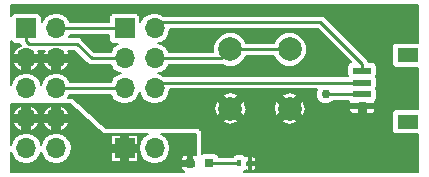
<source format=gbr>
G04 #@! TF.GenerationSoftware,KiCad,Pcbnew,5.0.0*
G04 #@! TF.CreationDate,2019-01-10T22:51:14-06:00*
G04 #@! TF.ProjectId,stlink-swd,73746C696E6B2D7377642E6B69636164,rev?*
G04 #@! TF.SameCoordinates,Original*
G04 #@! TF.FileFunction,Copper,L1,Top,Signal*
G04 #@! TF.FilePolarity,Positive*
%FSLAX46Y46*%
G04 Gerber Fmt 4.6, Leading zero omitted, Abs format (unit mm)*
G04 Created by KiCad (PCBNEW 5.0.0) date Thu Jan 10 22:51:14 2019*
%MOMM*%
%LPD*%
G01*
G04 APERTURE LIST*
G04 #@! TA.AperFunction,ViaPad*
%ADD10C,0.762000*%
G04 #@! TD*
G04 #@! TA.AperFunction,SMDPad,CuDef*
%ADD11R,0.800000X0.800000*%
G04 #@! TD*
G04 #@! TA.AperFunction,ComponentPad*
%ADD12O,1.700000X1.700000*%
G04 #@! TD*
G04 #@! TA.AperFunction,ComponentPad*
%ADD13R,1.700000X1.700000*%
G04 #@! TD*
G04 #@! TA.AperFunction,SMDPad,CuDef*
%ADD14R,1.550000X0.600000*%
G04 #@! TD*
G04 #@! TA.AperFunction,SMDPad,CuDef*
%ADD15R,1.800000X1.200000*%
G04 #@! TD*
G04 #@! TA.AperFunction,SMDPad,CuDef*
%ADD16R,0.400000X0.600000*%
G04 #@! TD*
G04 #@! TA.AperFunction,ComponentPad*
%ADD17C,2.000000*%
G04 #@! TD*
G04 #@! TA.AperFunction,Conductor*
%ADD18C,0.254000*%
G04 #@! TD*
G04 #@! TA.AperFunction,Conductor*
%ADD19C,0.152400*%
G04 #@! TD*
G04 APERTURE END LIST*
D10*
G04 #@! TO.N,GND*
G04 #@! TO.C,REF\002A\002A*
X158877000Y-103632000D03*
G04 #@! TD*
G04 #@! TO.N,GND*
G04 #@! TO.C,REF\002A\002A*
X158750000Y-92964000D03*
G04 #@! TD*
G04 #@! TO.N,GND*
G04 #@! TO.C,REF\002A\002A*
X138176000Y-100076000D03*
G04 #@! TD*
G04 #@! TO.N,GND*
G04 #@! TO.C,REF\002A\002A*
X154432000Y-95504000D03*
G04 #@! TD*
G04 #@! TO.N,GND*
G04 #@! TO.C,REF\002A\002A*
X134620000Y-93726000D03*
G04 #@! TD*
G04 #@! TO.N,GND*
G04 #@! TO.C,REF\002A\002A*
X148590000Y-93472000D03*
G04 #@! TD*
G04 #@! TO.N,GND*
G04 #@! TO.C,REF\002A\002A*
X142240000Y-93726000D03*
G04 #@! TD*
G04 #@! TO.N,GND*
G04 #@! TO.C,REF\002A\002A*
X148590000Y-96266000D03*
G04 #@! TD*
G04 #@! TO.N,GND*
G04 #@! TO.C,REF\002A\002A*
X157226000Y-100330000D03*
G04 #@! TD*
D11*
G04 #@! TO.P,D1,1*
G04 #@! TO.N,Net-(D1-Pad1)*
X144310000Y-104140000D03*
G04 #@! TO.P,D1,2*
G04 #@! TO.N,+3V3*
X142710000Y-104140000D03*
G04 #@! TD*
D12*
G04 #@! TO.P,J1,6*
G04 #@! TO.N,/SWCLK_JST*
X139700000Y-97790000D03*
G04 #@! TO.P,J1,5*
G04 #@! TO.N,/SWCLK*
X137160000Y-97790000D03*
G04 #@! TO.P,J1,4*
G04 #@! TO.N,/NRST_JST*
X139700000Y-95250000D03*
G04 #@! TO.P,J1,3*
G04 #@! TO.N,/NRST*
X137160000Y-95250000D03*
G04 #@! TO.P,J1,2*
G04 #@! TO.N,/SWDIO_JST*
X139700000Y-92710000D03*
D13*
G04 #@! TO.P,J1,1*
G04 #@! TO.N,/SWDIO*
X137160000Y-92710000D03*
G04 #@! TD*
D12*
G04 #@! TO.P,J2,10*
G04 #@! TO.N,Net-(J2-Pad10)*
X131365001Y-102870000D03*
G04 #@! TO.P,J2,9*
G04 #@! TO.N,Net-(J2-Pad9)*
X128825001Y-102870000D03*
G04 #@! TO.P,J2,8*
G04 #@! TO.N,+3V3*
X131365001Y-100330000D03*
G04 #@! TO.P,J2,7*
X128825001Y-100330000D03*
G04 #@! TO.P,J2,6*
G04 #@! TO.N,/SWCLK*
X131365001Y-97790000D03*
G04 #@! TO.P,J2,5*
G04 #@! TO.N,Net-(J2-Pad5)*
X128825001Y-97790000D03*
G04 #@! TO.P,J2,4*
G04 #@! TO.N,GND*
X131365001Y-95250000D03*
G04 #@! TO.P,J2,3*
X128825001Y-95250000D03*
G04 #@! TO.P,J2,2*
G04 #@! TO.N,/SWDIO*
X131365001Y-92710000D03*
D13*
G04 #@! TO.P,J2,1*
G04 #@! TO.N,/NRST*
X128825001Y-92710000D03*
G04 #@! TD*
D14*
G04 #@! TO.P,J3,1*
G04 #@! TO.N,GND*
X157277000Y-99290000D03*
G04 #@! TO.P,J3,2*
G04 #@! TO.N,/NRST_JST*
X157277000Y-98290000D03*
G04 #@! TO.P,J3,3*
G04 #@! TO.N,/SWCLK_JST*
X157277000Y-97290000D03*
G04 #@! TO.P,J3,4*
G04 #@! TO.N,/SWDIO_JST*
X157277000Y-96290000D03*
D15*
G04 #@! TO.P,J3,NC*
G04 #@! TO.N,N/C*
X161152000Y-100590000D03*
X161152000Y-94990000D03*
G04 #@! TD*
D12*
G04 #@! TO.P,J4,2*
G04 #@! TO.N,GND*
X139700000Y-102870000D03*
D13*
G04 #@! TO.P,J4,1*
G04 #@! TO.N,+3V3*
X137160000Y-102870000D03*
G04 #@! TD*
D16*
G04 #@! TO.P,R1,2*
G04 #@! TO.N,GND*
X147770000Y-104140000D03*
G04 #@! TO.P,R1,1*
G04 #@! TO.N,Net-(D1-Pad1)*
X146870000Y-104140000D03*
G04 #@! TD*
D17*
G04 #@! TO.P,SW1,1*
G04 #@! TO.N,/NRST_JST*
X146130000Y-94488000D03*
G04 #@! TO.P,SW1,2*
G04 #@! TO.N,GND*
X146130000Y-99488000D03*
X151130000Y-99488000D03*
G04 #@! TO.P,SW1,1*
G04 #@! TO.N,/NRST_JST*
X151130000Y-94488000D03*
G04 #@! TD*
D10*
G04 #@! TO.N,GND*
G04 #@! TO.C,REF\002A\002A*
X155702000Y-99314000D03*
G04 #@! TD*
G04 #@! TO.N,GND*
G04 #@! TO.C,REF\002A\002A*
X148590000Y-104140000D03*
G04 #@! TD*
G04 #@! TO.N,/NRST_JST*
X154178000Y-98298000D03*
G04 #@! TD*
D18*
G04 #@! TO.N,Net-(D1-Pad1)*
X146870000Y-104140000D02*
X144310000Y-104140000D01*
G04 #@! TO.N,/NRST*
X129030000Y-94018999D02*
X133134999Y-94018999D01*
X128825001Y-92710000D02*
X128825001Y-93814000D01*
X128825001Y-93814000D02*
X129030000Y-94018999D01*
X134366000Y-95250000D02*
X137160000Y-95250000D01*
X133134999Y-94018999D02*
X134366000Y-95250000D01*
G04 #@! TO.N,/NRST_JST*
X145368000Y-95250000D02*
X146130000Y-94488000D01*
X139700000Y-95250000D02*
X145368000Y-95250000D01*
X147544213Y-94488000D02*
X151130000Y-94488000D01*
X146130000Y-94488000D02*
X147544213Y-94488000D01*
X157277000Y-98290000D02*
X154186000Y-98290000D01*
X154186000Y-98290000D02*
X154178000Y-98298000D01*
G04 #@! TO.N,/SWCLK*
X131365001Y-97790000D02*
X137160000Y-97790000D01*
G04 #@! TO.N,/SWCLK_JST*
X140200000Y-97290000D02*
X139700000Y-97790000D01*
X157277000Y-97290000D02*
X140200000Y-97290000D01*
G04 #@! TO.N,/SWDIO*
X131365001Y-92710000D02*
X137160000Y-92710000D01*
G04 #@! TO.N,/SWDIO_JST*
X157277000Y-95736000D02*
X157277000Y-96290000D01*
X153743000Y-92202000D02*
X157277000Y-95736000D01*
X139700000Y-92710000D02*
X140208000Y-92202000D01*
X140208000Y-92202000D02*
X153743000Y-92202000D01*
G04 #@! TO.N,GND*
X147770000Y-104140000D02*
X148590000Y-104140000D01*
G04 #@! TD*
D19*
G04 #@! TO.N,+3V3*
G36*
X135330742Y-101656383D02*
X135356221Y-101671707D01*
X135382000Y-101676200D01*
X139133751Y-101676200D01*
X138757562Y-101927562D01*
X138468645Y-102359956D01*
X138367191Y-102870000D01*
X138468645Y-103380044D01*
X138757562Y-103812438D01*
X139189956Y-104101355D01*
X139571255Y-104177200D01*
X139828745Y-104177200D01*
X140210044Y-104101355D01*
X140642438Y-103812438D01*
X140734726Y-103674319D01*
X141979800Y-103674319D01*
X141979800Y-103857450D01*
X142062350Y-103940000D01*
X142510000Y-103940000D01*
X142510000Y-103492350D01*
X142427450Y-103409800D01*
X142244319Y-103409800D01*
X142122957Y-103460070D01*
X142030070Y-103552957D01*
X141979800Y-103674319D01*
X140734726Y-103674319D01*
X140931355Y-103380044D01*
X141032809Y-102870000D01*
X140931355Y-102359956D01*
X140642438Y-101927562D01*
X140266249Y-101676200D01*
X143179800Y-101676200D01*
X143179800Y-103411506D01*
X143175681Y-103409800D01*
X142992550Y-103409800D01*
X142910000Y-103492350D01*
X142910000Y-103940000D01*
X143034800Y-103940000D01*
X143034800Y-104340000D01*
X142910000Y-104340000D01*
X142910000Y-104464800D01*
X142510000Y-104464800D01*
X142510000Y-104340000D01*
X142062350Y-104340000D01*
X141979800Y-104422550D01*
X141979800Y-104605681D01*
X142030070Y-104727043D01*
X142122957Y-104819930D01*
X142202312Y-104852800D01*
X127557200Y-104852800D01*
X127557200Y-103196817D01*
X127593646Y-103380044D01*
X127882563Y-103812438D01*
X128314957Y-104101355D01*
X128696256Y-104177200D01*
X128953746Y-104177200D01*
X129335045Y-104101355D01*
X129767439Y-103812438D01*
X130056356Y-103380044D01*
X130095001Y-103185762D01*
X130133646Y-103380044D01*
X130422563Y-103812438D01*
X130854957Y-104101355D01*
X131236256Y-104177200D01*
X131493746Y-104177200D01*
X131875045Y-104101355D01*
X132307439Y-103812438D01*
X132596356Y-103380044D01*
X132620761Y-103257350D01*
X135979800Y-103257350D01*
X135979800Y-103785681D01*
X136030070Y-103907043D01*
X136122957Y-103999930D01*
X136244319Y-104050200D01*
X136772650Y-104050200D01*
X136855200Y-103967650D01*
X136855200Y-103174800D01*
X137464800Y-103174800D01*
X137464800Y-103967650D01*
X137547350Y-104050200D01*
X138075681Y-104050200D01*
X138197043Y-103999930D01*
X138289930Y-103907043D01*
X138340200Y-103785681D01*
X138340200Y-103257350D01*
X138257650Y-103174800D01*
X137464800Y-103174800D01*
X136855200Y-103174800D01*
X136062350Y-103174800D01*
X135979800Y-103257350D01*
X132620761Y-103257350D01*
X132697810Y-102870000D01*
X132596356Y-102359956D01*
X132325318Y-101954319D01*
X135979800Y-101954319D01*
X135979800Y-102482650D01*
X136062350Y-102565200D01*
X136855200Y-102565200D01*
X136855200Y-101772350D01*
X137464800Y-101772350D01*
X137464800Y-102565200D01*
X138257650Y-102565200D01*
X138340200Y-102482650D01*
X138340200Y-101954319D01*
X138289930Y-101832957D01*
X138197043Y-101740070D01*
X138075681Y-101689800D01*
X137547350Y-101689800D01*
X137464800Y-101772350D01*
X136855200Y-101772350D01*
X136772650Y-101689800D01*
X136244319Y-101689800D01*
X136122957Y-101740070D01*
X136030070Y-101832957D01*
X135979800Y-101954319D01*
X132325318Y-101954319D01*
X132307439Y-101927562D01*
X131875045Y-101638645D01*
X131493746Y-101562800D01*
X131236256Y-101562800D01*
X130854957Y-101638645D01*
X130422563Y-101927562D01*
X130133646Y-102359956D01*
X130095001Y-102554238D01*
X130056356Y-102359956D01*
X129767439Y-101927562D01*
X129335045Y-101638645D01*
X128953746Y-101562800D01*
X128696256Y-101562800D01*
X128314957Y-101638645D01*
X127882563Y-101927562D01*
X127593646Y-102359956D01*
X127557200Y-102543183D01*
X127557200Y-100809408D01*
X127746558Y-100809408D01*
X127969367Y-101142916D01*
X128345588Y-101408473D01*
X128520201Y-101387642D01*
X128520201Y-100634800D01*
X129129801Y-100634800D01*
X129129801Y-101387642D01*
X129304414Y-101408473D01*
X129680635Y-101142916D01*
X129903444Y-100809408D01*
X130286558Y-100809408D01*
X130509367Y-101142916D01*
X130885588Y-101408473D01*
X131060201Y-101387642D01*
X131060201Y-100634800D01*
X131669801Y-100634800D01*
X131669801Y-101387642D01*
X131844414Y-101408473D01*
X132220635Y-101142916D01*
X132443444Y-100809408D01*
X132419483Y-100634800D01*
X131669801Y-100634800D01*
X131060201Y-100634800D01*
X130310519Y-100634800D01*
X130286558Y-100809408D01*
X129903444Y-100809408D01*
X129879483Y-100634800D01*
X129129801Y-100634800D01*
X128520201Y-100634800D01*
X127770519Y-100634800D01*
X127746558Y-100809408D01*
X127557200Y-100809408D01*
X127557200Y-99850592D01*
X127746558Y-99850592D01*
X127770519Y-100025200D01*
X128520201Y-100025200D01*
X128520201Y-99272358D01*
X129129801Y-99272358D01*
X129129801Y-100025200D01*
X129879483Y-100025200D01*
X129903444Y-99850592D01*
X130286558Y-99850592D01*
X130310519Y-100025200D01*
X131060201Y-100025200D01*
X131060201Y-99272358D01*
X131669801Y-99272358D01*
X131669801Y-100025200D01*
X132419483Y-100025200D01*
X132443444Y-99850592D01*
X132220635Y-99517084D01*
X131844414Y-99251527D01*
X131669801Y-99272358D01*
X131060201Y-99272358D01*
X130885588Y-99251527D01*
X130509367Y-99517084D01*
X130286558Y-99850592D01*
X129903444Y-99850592D01*
X129680635Y-99517084D01*
X129304414Y-99251527D01*
X129129801Y-99272358D01*
X128520201Y-99272358D01*
X128345588Y-99251527D01*
X127969367Y-99517084D01*
X127746558Y-99850592D01*
X127557200Y-99850592D01*
X127557200Y-99136200D01*
X132558541Y-99136200D01*
X135330742Y-101656383D01*
X135330742Y-101656383D01*
G37*
X135330742Y-101656383D02*
X135356221Y-101671707D01*
X135382000Y-101676200D01*
X139133751Y-101676200D01*
X138757562Y-101927562D01*
X138468645Y-102359956D01*
X138367191Y-102870000D01*
X138468645Y-103380044D01*
X138757562Y-103812438D01*
X139189956Y-104101355D01*
X139571255Y-104177200D01*
X139828745Y-104177200D01*
X140210044Y-104101355D01*
X140642438Y-103812438D01*
X140734726Y-103674319D01*
X141979800Y-103674319D01*
X141979800Y-103857450D01*
X142062350Y-103940000D01*
X142510000Y-103940000D01*
X142510000Y-103492350D01*
X142427450Y-103409800D01*
X142244319Y-103409800D01*
X142122957Y-103460070D01*
X142030070Y-103552957D01*
X141979800Y-103674319D01*
X140734726Y-103674319D01*
X140931355Y-103380044D01*
X141032809Y-102870000D01*
X140931355Y-102359956D01*
X140642438Y-101927562D01*
X140266249Y-101676200D01*
X143179800Y-101676200D01*
X143179800Y-103411506D01*
X143175681Y-103409800D01*
X142992550Y-103409800D01*
X142910000Y-103492350D01*
X142910000Y-103940000D01*
X143034800Y-103940000D01*
X143034800Y-104340000D01*
X142910000Y-104340000D01*
X142910000Y-104464800D01*
X142510000Y-104464800D01*
X142510000Y-104340000D01*
X142062350Y-104340000D01*
X141979800Y-104422550D01*
X141979800Y-104605681D01*
X142030070Y-104727043D01*
X142122957Y-104819930D01*
X142202312Y-104852800D01*
X127557200Y-104852800D01*
X127557200Y-103196817D01*
X127593646Y-103380044D01*
X127882563Y-103812438D01*
X128314957Y-104101355D01*
X128696256Y-104177200D01*
X128953746Y-104177200D01*
X129335045Y-104101355D01*
X129767439Y-103812438D01*
X130056356Y-103380044D01*
X130095001Y-103185762D01*
X130133646Y-103380044D01*
X130422563Y-103812438D01*
X130854957Y-104101355D01*
X131236256Y-104177200D01*
X131493746Y-104177200D01*
X131875045Y-104101355D01*
X132307439Y-103812438D01*
X132596356Y-103380044D01*
X132620761Y-103257350D01*
X135979800Y-103257350D01*
X135979800Y-103785681D01*
X136030070Y-103907043D01*
X136122957Y-103999930D01*
X136244319Y-104050200D01*
X136772650Y-104050200D01*
X136855200Y-103967650D01*
X136855200Y-103174800D01*
X137464800Y-103174800D01*
X137464800Y-103967650D01*
X137547350Y-104050200D01*
X138075681Y-104050200D01*
X138197043Y-103999930D01*
X138289930Y-103907043D01*
X138340200Y-103785681D01*
X138340200Y-103257350D01*
X138257650Y-103174800D01*
X137464800Y-103174800D01*
X136855200Y-103174800D01*
X136062350Y-103174800D01*
X135979800Y-103257350D01*
X132620761Y-103257350D01*
X132697810Y-102870000D01*
X132596356Y-102359956D01*
X132325318Y-101954319D01*
X135979800Y-101954319D01*
X135979800Y-102482650D01*
X136062350Y-102565200D01*
X136855200Y-102565200D01*
X136855200Y-101772350D01*
X137464800Y-101772350D01*
X137464800Y-102565200D01*
X138257650Y-102565200D01*
X138340200Y-102482650D01*
X138340200Y-101954319D01*
X138289930Y-101832957D01*
X138197043Y-101740070D01*
X138075681Y-101689800D01*
X137547350Y-101689800D01*
X137464800Y-101772350D01*
X136855200Y-101772350D01*
X136772650Y-101689800D01*
X136244319Y-101689800D01*
X136122957Y-101740070D01*
X136030070Y-101832957D01*
X135979800Y-101954319D01*
X132325318Y-101954319D01*
X132307439Y-101927562D01*
X131875045Y-101638645D01*
X131493746Y-101562800D01*
X131236256Y-101562800D01*
X130854957Y-101638645D01*
X130422563Y-101927562D01*
X130133646Y-102359956D01*
X130095001Y-102554238D01*
X130056356Y-102359956D01*
X129767439Y-101927562D01*
X129335045Y-101638645D01*
X128953746Y-101562800D01*
X128696256Y-101562800D01*
X128314957Y-101638645D01*
X127882563Y-101927562D01*
X127593646Y-102359956D01*
X127557200Y-102543183D01*
X127557200Y-100809408D01*
X127746558Y-100809408D01*
X127969367Y-101142916D01*
X128345588Y-101408473D01*
X128520201Y-101387642D01*
X128520201Y-100634800D01*
X129129801Y-100634800D01*
X129129801Y-101387642D01*
X129304414Y-101408473D01*
X129680635Y-101142916D01*
X129903444Y-100809408D01*
X130286558Y-100809408D01*
X130509367Y-101142916D01*
X130885588Y-101408473D01*
X131060201Y-101387642D01*
X131060201Y-100634800D01*
X131669801Y-100634800D01*
X131669801Y-101387642D01*
X131844414Y-101408473D01*
X132220635Y-101142916D01*
X132443444Y-100809408D01*
X132419483Y-100634800D01*
X131669801Y-100634800D01*
X131060201Y-100634800D01*
X130310519Y-100634800D01*
X130286558Y-100809408D01*
X129903444Y-100809408D01*
X129879483Y-100634800D01*
X129129801Y-100634800D01*
X128520201Y-100634800D01*
X127770519Y-100634800D01*
X127746558Y-100809408D01*
X127557200Y-100809408D01*
X127557200Y-99850592D01*
X127746558Y-99850592D01*
X127770519Y-100025200D01*
X128520201Y-100025200D01*
X128520201Y-99272358D01*
X129129801Y-99272358D01*
X129129801Y-100025200D01*
X129879483Y-100025200D01*
X129903444Y-99850592D01*
X130286558Y-99850592D01*
X130310519Y-100025200D01*
X131060201Y-100025200D01*
X131060201Y-99272358D01*
X131669801Y-99272358D01*
X131669801Y-100025200D01*
X132419483Y-100025200D01*
X132443444Y-99850592D01*
X132220635Y-99517084D01*
X131844414Y-99251527D01*
X131669801Y-99272358D01*
X131060201Y-99272358D01*
X130885588Y-99251527D01*
X130509367Y-99517084D01*
X130286558Y-99850592D01*
X129903444Y-99850592D01*
X129680635Y-99517084D01*
X129304414Y-99251527D01*
X129129801Y-99272358D01*
X128520201Y-99272358D01*
X128345588Y-99251527D01*
X127969367Y-99517084D01*
X127746558Y-99850592D01*
X127557200Y-99850592D01*
X127557200Y-99136200D01*
X132558541Y-99136200D01*
X135330742Y-101656383D01*
G04 #@! TO.N,GND*
G36*
X162002800Y-93923843D02*
X160252000Y-93923843D01*
X160073609Y-93959327D01*
X159922377Y-94060377D01*
X159821327Y-94211609D01*
X159785843Y-94390000D01*
X159785843Y-95590000D01*
X159821327Y-95768391D01*
X159922377Y-95919623D01*
X160073609Y-96020673D01*
X160252000Y-96056157D01*
X162002800Y-96056157D01*
X162002801Y-99523843D01*
X160252000Y-99523843D01*
X160073609Y-99559327D01*
X159922377Y-99660377D01*
X159821327Y-99811609D01*
X159785843Y-99990000D01*
X159785843Y-101190000D01*
X159821327Y-101368391D01*
X159922377Y-101519623D01*
X160073609Y-101620673D01*
X160252000Y-101656157D01*
X162002801Y-101656157D01*
X162002801Y-104852800D01*
X147275140Y-104852800D01*
X147399623Y-104769623D01*
X147422016Y-104736109D01*
X147504319Y-104770200D01*
X147587450Y-104770200D01*
X147670000Y-104687650D01*
X147670000Y-104290000D01*
X147870000Y-104290000D01*
X147870000Y-104687650D01*
X147952550Y-104770200D01*
X148035681Y-104770200D01*
X148157043Y-104719930D01*
X148249930Y-104627043D01*
X148300200Y-104505681D01*
X148300200Y-104372550D01*
X148217650Y-104290000D01*
X147870000Y-104290000D01*
X147670000Y-104290000D01*
X147570000Y-104290000D01*
X147570000Y-103990000D01*
X147670000Y-103990000D01*
X147670000Y-103592350D01*
X147870000Y-103592350D01*
X147870000Y-103990000D01*
X148217650Y-103990000D01*
X148300200Y-103907450D01*
X148300200Y-103774319D01*
X148249930Y-103652957D01*
X148157043Y-103560070D01*
X148035681Y-103509800D01*
X147952550Y-103509800D01*
X147870000Y-103592350D01*
X147670000Y-103592350D01*
X147587450Y-103509800D01*
X147504319Y-103509800D01*
X147422016Y-103543891D01*
X147399623Y-103510377D01*
X147248391Y-103409327D01*
X147070000Y-103373843D01*
X146670000Y-103373843D01*
X146491609Y-103409327D01*
X146340377Y-103510377D01*
X146310026Y-103555800D01*
X145136792Y-103555800D01*
X145039623Y-103410377D01*
X144888391Y-103309327D01*
X144710000Y-103273843D01*
X143910000Y-103273843D01*
X143731609Y-103309327D01*
X143713200Y-103321628D01*
X143713200Y-101600000D01*
X143678398Y-101425037D01*
X143579289Y-101276711D01*
X143430963Y-101177602D01*
X143256000Y-101142800D01*
X135558757Y-101142800D01*
X134937485Y-100578007D01*
X145471045Y-100578007D01*
X145599791Y-100736327D01*
X146117865Y-100844206D01*
X146637786Y-100745615D01*
X146660209Y-100736327D01*
X146788955Y-100578007D01*
X150471045Y-100578007D01*
X150599791Y-100736327D01*
X151117865Y-100844206D01*
X151637786Y-100745615D01*
X151660209Y-100736327D01*
X151788955Y-100578007D01*
X151130000Y-99919052D01*
X150471045Y-100578007D01*
X146788955Y-100578007D01*
X146130000Y-99919052D01*
X145471045Y-100578007D01*
X134937485Y-100578007D01*
X133725129Y-99475865D01*
X144773794Y-99475865D01*
X144872385Y-99995786D01*
X144881673Y-100018209D01*
X145039993Y-100146955D01*
X145698948Y-99488000D01*
X146561052Y-99488000D01*
X147220007Y-100146955D01*
X147378327Y-100018209D01*
X147486206Y-99500135D01*
X147481604Y-99475865D01*
X149773794Y-99475865D01*
X149872385Y-99995786D01*
X149881673Y-100018209D01*
X150039993Y-100146955D01*
X150698948Y-99488000D01*
X151561052Y-99488000D01*
X152220007Y-100146955D01*
X152378327Y-100018209D01*
X152481538Y-99522550D01*
X156171800Y-99522550D01*
X156171800Y-99655681D01*
X156222070Y-99777043D01*
X156314957Y-99869930D01*
X156436319Y-99920200D01*
X156889650Y-99920200D01*
X156972200Y-99837650D01*
X156972200Y-99440000D01*
X157581800Y-99440000D01*
X157581800Y-99837650D01*
X157664350Y-99920200D01*
X158117681Y-99920200D01*
X158239043Y-99869930D01*
X158331930Y-99777043D01*
X158382200Y-99655681D01*
X158382200Y-99522550D01*
X158299650Y-99440000D01*
X157581800Y-99440000D01*
X156972200Y-99440000D01*
X156254350Y-99440000D01*
X156171800Y-99522550D01*
X152481538Y-99522550D01*
X152486206Y-99500135D01*
X152387615Y-98980214D01*
X152378327Y-98957791D01*
X152220007Y-98829045D01*
X151561052Y-99488000D01*
X150698948Y-99488000D01*
X150039993Y-98829045D01*
X149881673Y-98957791D01*
X149773794Y-99475865D01*
X147481604Y-99475865D01*
X147387615Y-98980214D01*
X147378327Y-98957791D01*
X147220007Y-98829045D01*
X146561052Y-99488000D01*
X145698948Y-99488000D01*
X145039993Y-98829045D01*
X144881673Y-98957791D01*
X144773794Y-99475865D01*
X133725129Y-99475865D01*
X132895546Y-98721699D01*
X132762963Y-98637602D01*
X132588000Y-98602800D01*
X132394061Y-98602800D01*
X132546806Y-98374200D01*
X135978195Y-98374200D01*
X136217562Y-98732438D01*
X136649956Y-99021355D01*
X137031255Y-99097200D01*
X137288745Y-99097200D01*
X137670044Y-99021355D01*
X138102438Y-98732438D01*
X138391355Y-98300044D01*
X138430000Y-98105762D01*
X138468645Y-98300044D01*
X138757562Y-98732438D01*
X139189956Y-99021355D01*
X139571255Y-99097200D01*
X139828745Y-99097200D01*
X140210044Y-99021355D01*
X140642438Y-98732438D01*
X140865907Y-98397993D01*
X145471045Y-98397993D01*
X146130000Y-99056948D01*
X146788955Y-98397993D01*
X150471045Y-98397993D01*
X151130000Y-99056948D01*
X151788955Y-98397993D01*
X151660209Y-98239673D01*
X151142135Y-98131794D01*
X150622214Y-98230385D01*
X150599791Y-98239673D01*
X150471045Y-98397993D01*
X146788955Y-98397993D01*
X146660209Y-98239673D01*
X146142135Y-98131794D01*
X145622214Y-98230385D01*
X145599791Y-98239673D01*
X145471045Y-98397993D01*
X140865907Y-98397993D01*
X140931355Y-98300044D01*
X141016061Y-97874200D01*
X153446283Y-97874200D01*
X153339800Y-98131272D01*
X153339800Y-98464728D01*
X153467409Y-98772802D01*
X153703198Y-99008591D01*
X154011272Y-99136200D01*
X154344728Y-99136200D01*
X154652802Y-99008591D01*
X154787193Y-98874200D01*
X156142026Y-98874200D01*
X156172377Y-98919623D01*
X156173449Y-98920339D01*
X156171800Y-98924319D01*
X156171800Y-99057450D01*
X156254350Y-99140000D01*
X156972200Y-99140000D01*
X156972200Y-99056157D01*
X157581800Y-99056157D01*
X157581800Y-99140000D01*
X158299650Y-99140000D01*
X158382200Y-99057450D01*
X158382200Y-98924319D01*
X158380551Y-98920339D01*
X158381623Y-98919623D01*
X158482673Y-98768391D01*
X158518157Y-98590000D01*
X158518157Y-97990000D01*
X158482673Y-97811609D01*
X158468234Y-97790000D01*
X158482673Y-97768391D01*
X158518157Y-97590000D01*
X158518157Y-96990000D01*
X158482673Y-96811609D01*
X158468234Y-96790000D01*
X158482673Y-96768391D01*
X158518157Y-96590000D01*
X158518157Y-95990000D01*
X158482673Y-95811609D01*
X158381623Y-95660377D01*
X158230391Y-95559327D01*
X158052000Y-95523843D01*
X157830444Y-95523843D01*
X157827304Y-95508057D01*
X157698185Y-95314815D01*
X157649404Y-95282221D01*
X154196781Y-91829599D01*
X154164185Y-91780815D01*
X153970943Y-91651696D01*
X153800537Y-91617800D01*
X153800536Y-91617800D01*
X153743000Y-91606355D01*
X153685464Y-91617800D01*
X140418304Y-91617800D01*
X140210044Y-91478645D01*
X139828745Y-91402800D01*
X139571255Y-91402800D01*
X139189956Y-91478645D01*
X138757562Y-91767562D01*
X138476157Y-92188714D01*
X138476157Y-91860000D01*
X138440673Y-91681609D01*
X138339623Y-91530377D01*
X138188391Y-91429327D01*
X138010000Y-91393843D01*
X136310000Y-91393843D01*
X136131609Y-91429327D01*
X135980377Y-91530377D01*
X135879327Y-91681609D01*
X135843843Y-91860000D01*
X135843843Y-92125800D01*
X132546806Y-92125800D01*
X132307439Y-91767562D01*
X131875045Y-91478645D01*
X131493746Y-91402800D01*
X131236256Y-91402800D01*
X130854957Y-91478645D01*
X130422563Y-91767562D01*
X130141158Y-92188714D01*
X130141158Y-91860000D01*
X130105674Y-91681609D01*
X130004624Y-91530377D01*
X129853392Y-91429327D01*
X129675001Y-91393843D01*
X127975001Y-91393843D01*
X127796610Y-91429327D01*
X127645378Y-91530377D01*
X127557200Y-91662345D01*
X127557200Y-90727200D01*
X162002800Y-90727200D01*
X162002800Y-93923843D01*
X162002800Y-93923843D01*
G37*
X162002800Y-93923843D02*
X160252000Y-93923843D01*
X160073609Y-93959327D01*
X159922377Y-94060377D01*
X159821327Y-94211609D01*
X159785843Y-94390000D01*
X159785843Y-95590000D01*
X159821327Y-95768391D01*
X159922377Y-95919623D01*
X160073609Y-96020673D01*
X160252000Y-96056157D01*
X162002800Y-96056157D01*
X162002801Y-99523843D01*
X160252000Y-99523843D01*
X160073609Y-99559327D01*
X159922377Y-99660377D01*
X159821327Y-99811609D01*
X159785843Y-99990000D01*
X159785843Y-101190000D01*
X159821327Y-101368391D01*
X159922377Y-101519623D01*
X160073609Y-101620673D01*
X160252000Y-101656157D01*
X162002801Y-101656157D01*
X162002801Y-104852800D01*
X147275140Y-104852800D01*
X147399623Y-104769623D01*
X147422016Y-104736109D01*
X147504319Y-104770200D01*
X147587450Y-104770200D01*
X147670000Y-104687650D01*
X147670000Y-104290000D01*
X147870000Y-104290000D01*
X147870000Y-104687650D01*
X147952550Y-104770200D01*
X148035681Y-104770200D01*
X148157043Y-104719930D01*
X148249930Y-104627043D01*
X148300200Y-104505681D01*
X148300200Y-104372550D01*
X148217650Y-104290000D01*
X147870000Y-104290000D01*
X147670000Y-104290000D01*
X147570000Y-104290000D01*
X147570000Y-103990000D01*
X147670000Y-103990000D01*
X147670000Y-103592350D01*
X147870000Y-103592350D01*
X147870000Y-103990000D01*
X148217650Y-103990000D01*
X148300200Y-103907450D01*
X148300200Y-103774319D01*
X148249930Y-103652957D01*
X148157043Y-103560070D01*
X148035681Y-103509800D01*
X147952550Y-103509800D01*
X147870000Y-103592350D01*
X147670000Y-103592350D01*
X147587450Y-103509800D01*
X147504319Y-103509800D01*
X147422016Y-103543891D01*
X147399623Y-103510377D01*
X147248391Y-103409327D01*
X147070000Y-103373843D01*
X146670000Y-103373843D01*
X146491609Y-103409327D01*
X146340377Y-103510377D01*
X146310026Y-103555800D01*
X145136792Y-103555800D01*
X145039623Y-103410377D01*
X144888391Y-103309327D01*
X144710000Y-103273843D01*
X143910000Y-103273843D01*
X143731609Y-103309327D01*
X143713200Y-103321628D01*
X143713200Y-101600000D01*
X143678398Y-101425037D01*
X143579289Y-101276711D01*
X143430963Y-101177602D01*
X143256000Y-101142800D01*
X135558757Y-101142800D01*
X134937485Y-100578007D01*
X145471045Y-100578007D01*
X145599791Y-100736327D01*
X146117865Y-100844206D01*
X146637786Y-100745615D01*
X146660209Y-100736327D01*
X146788955Y-100578007D01*
X150471045Y-100578007D01*
X150599791Y-100736327D01*
X151117865Y-100844206D01*
X151637786Y-100745615D01*
X151660209Y-100736327D01*
X151788955Y-100578007D01*
X151130000Y-99919052D01*
X150471045Y-100578007D01*
X146788955Y-100578007D01*
X146130000Y-99919052D01*
X145471045Y-100578007D01*
X134937485Y-100578007D01*
X133725129Y-99475865D01*
X144773794Y-99475865D01*
X144872385Y-99995786D01*
X144881673Y-100018209D01*
X145039993Y-100146955D01*
X145698948Y-99488000D01*
X146561052Y-99488000D01*
X147220007Y-100146955D01*
X147378327Y-100018209D01*
X147486206Y-99500135D01*
X147481604Y-99475865D01*
X149773794Y-99475865D01*
X149872385Y-99995786D01*
X149881673Y-100018209D01*
X150039993Y-100146955D01*
X150698948Y-99488000D01*
X151561052Y-99488000D01*
X152220007Y-100146955D01*
X152378327Y-100018209D01*
X152481538Y-99522550D01*
X156171800Y-99522550D01*
X156171800Y-99655681D01*
X156222070Y-99777043D01*
X156314957Y-99869930D01*
X156436319Y-99920200D01*
X156889650Y-99920200D01*
X156972200Y-99837650D01*
X156972200Y-99440000D01*
X157581800Y-99440000D01*
X157581800Y-99837650D01*
X157664350Y-99920200D01*
X158117681Y-99920200D01*
X158239043Y-99869930D01*
X158331930Y-99777043D01*
X158382200Y-99655681D01*
X158382200Y-99522550D01*
X158299650Y-99440000D01*
X157581800Y-99440000D01*
X156972200Y-99440000D01*
X156254350Y-99440000D01*
X156171800Y-99522550D01*
X152481538Y-99522550D01*
X152486206Y-99500135D01*
X152387615Y-98980214D01*
X152378327Y-98957791D01*
X152220007Y-98829045D01*
X151561052Y-99488000D01*
X150698948Y-99488000D01*
X150039993Y-98829045D01*
X149881673Y-98957791D01*
X149773794Y-99475865D01*
X147481604Y-99475865D01*
X147387615Y-98980214D01*
X147378327Y-98957791D01*
X147220007Y-98829045D01*
X146561052Y-99488000D01*
X145698948Y-99488000D01*
X145039993Y-98829045D01*
X144881673Y-98957791D01*
X144773794Y-99475865D01*
X133725129Y-99475865D01*
X132895546Y-98721699D01*
X132762963Y-98637602D01*
X132588000Y-98602800D01*
X132394061Y-98602800D01*
X132546806Y-98374200D01*
X135978195Y-98374200D01*
X136217562Y-98732438D01*
X136649956Y-99021355D01*
X137031255Y-99097200D01*
X137288745Y-99097200D01*
X137670044Y-99021355D01*
X138102438Y-98732438D01*
X138391355Y-98300044D01*
X138430000Y-98105762D01*
X138468645Y-98300044D01*
X138757562Y-98732438D01*
X139189956Y-99021355D01*
X139571255Y-99097200D01*
X139828745Y-99097200D01*
X140210044Y-99021355D01*
X140642438Y-98732438D01*
X140865907Y-98397993D01*
X145471045Y-98397993D01*
X146130000Y-99056948D01*
X146788955Y-98397993D01*
X150471045Y-98397993D01*
X151130000Y-99056948D01*
X151788955Y-98397993D01*
X151660209Y-98239673D01*
X151142135Y-98131794D01*
X150622214Y-98230385D01*
X150599791Y-98239673D01*
X150471045Y-98397993D01*
X146788955Y-98397993D01*
X146660209Y-98239673D01*
X146142135Y-98131794D01*
X145622214Y-98230385D01*
X145599791Y-98239673D01*
X145471045Y-98397993D01*
X140865907Y-98397993D01*
X140931355Y-98300044D01*
X141016061Y-97874200D01*
X153446283Y-97874200D01*
X153339800Y-98131272D01*
X153339800Y-98464728D01*
X153467409Y-98772802D01*
X153703198Y-99008591D01*
X154011272Y-99136200D01*
X154344728Y-99136200D01*
X154652802Y-99008591D01*
X154787193Y-98874200D01*
X156142026Y-98874200D01*
X156172377Y-98919623D01*
X156173449Y-98920339D01*
X156171800Y-98924319D01*
X156171800Y-99057450D01*
X156254350Y-99140000D01*
X156972200Y-99140000D01*
X156972200Y-99056157D01*
X157581800Y-99056157D01*
X157581800Y-99140000D01*
X158299650Y-99140000D01*
X158382200Y-99057450D01*
X158382200Y-98924319D01*
X158380551Y-98920339D01*
X158381623Y-98919623D01*
X158482673Y-98768391D01*
X158518157Y-98590000D01*
X158518157Y-97990000D01*
X158482673Y-97811609D01*
X158468234Y-97790000D01*
X158482673Y-97768391D01*
X158518157Y-97590000D01*
X158518157Y-96990000D01*
X158482673Y-96811609D01*
X158468234Y-96790000D01*
X158482673Y-96768391D01*
X158518157Y-96590000D01*
X158518157Y-95990000D01*
X158482673Y-95811609D01*
X158381623Y-95660377D01*
X158230391Y-95559327D01*
X158052000Y-95523843D01*
X157830444Y-95523843D01*
X157827304Y-95508057D01*
X157698185Y-95314815D01*
X157649404Y-95282221D01*
X154196781Y-91829599D01*
X154164185Y-91780815D01*
X153970943Y-91651696D01*
X153800537Y-91617800D01*
X153800536Y-91617800D01*
X153743000Y-91606355D01*
X153685464Y-91617800D01*
X140418304Y-91617800D01*
X140210044Y-91478645D01*
X139828745Y-91402800D01*
X139571255Y-91402800D01*
X139189956Y-91478645D01*
X138757562Y-91767562D01*
X138476157Y-92188714D01*
X138476157Y-91860000D01*
X138440673Y-91681609D01*
X138339623Y-91530377D01*
X138188391Y-91429327D01*
X138010000Y-91393843D01*
X136310000Y-91393843D01*
X136131609Y-91429327D01*
X135980377Y-91530377D01*
X135879327Y-91681609D01*
X135843843Y-91860000D01*
X135843843Y-92125800D01*
X132546806Y-92125800D01*
X132307439Y-91767562D01*
X131875045Y-91478645D01*
X131493746Y-91402800D01*
X131236256Y-91402800D01*
X130854957Y-91478645D01*
X130422563Y-91767562D01*
X130141158Y-92188714D01*
X130141158Y-91860000D01*
X130105674Y-91681609D01*
X130004624Y-91530377D01*
X129853392Y-91429327D01*
X129675001Y-91393843D01*
X127975001Y-91393843D01*
X127796610Y-91429327D01*
X127645378Y-91530377D01*
X127557200Y-91662345D01*
X127557200Y-90727200D01*
X162002800Y-90727200D01*
X162002800Y-93923843D01*
G36*
X127645378Y-93889623D02*
X127796610Y-93990673D01*
X127975001Y-94026157D01*
X128271558Y-94026157D01*
X128274698Y-94041943D01*
X128362642Y-94173561D01*
X128345588Y-94171527D01*
X127969367Y-94437084D01*
X127746558Y-94770592D01*
X127770519Y-94945200D01*
X128520201Y-94945200D01*
X128520201Y-94925200D01*
X129129801Y-94925200D01*
X129129801Y-94945200D01*
X129879483Y-94945200D01*
X129903444Y-94770592D01*
X129791613Y-94603199D01*
X130398389Y-94603199D01*
X130286558Y-94770592D01*
X130310519Y-94945200D01*
X131060201Y-94945200D01*
X131060201Y-94925200D01*
X131669801Y-94925200D01*
X131669801Y-94945200D01*
X132419483Y-94945200D01*
X132443444Y-94770592D01*
X132331613Y-94603199D01*
X132893017Y-94603199D01*
X133912222Y-95622406D01*
X133944815Y-95671185D01*
X134138057Y-95800304D01*
X134308463Y-95834200D01*
X134365999Y-95845645D01*
X134423535Y-95834200D01*
X135978195Y-95834200D01*
X136217562Y-96192438D01*
X136649956Y-96481355D01*
X136844238Y-96520000D01*
X136649956Y-96558645D01*
X136217562Y-96847562D01*
X135978195Y-97205800D01*
X132546806Y-97205800D01*
X132307439Y-96847562D01*
X131875045Y-96558645D01*
X131493746Y-96482800D01*
X131236256Y-96482800D01*
X130854957Y-96558645D01*
X130422563Y-96847562D01*
X130133646Y-97279956D01*
X130095001Y-97474238D01*
X130056356Y-97279956D01*
X129767439Y-96847562D01*
X129335045Y-96558645D01*
X128953746Y-96482800D01*
X128696256Y-96482800D01*
X128314957Y-96558645D01*
X127882563Y-96847562D01*
X127593646Y-97279956D01*
X127557200Y-97463183D01*
X127557200Y-95729408D01*
X127746558Y-95729408D01*
X127969367Y-96062916D01*
X128345588Y-96328473D01*
X128520201Y-96307642D01*
X128520201Y-95554800D01*
X129129801Y-95554800D01*
X129129801Y-96307642D01*
X129304414Y-96328473D01*
X129680635Y-96062916D01*
X129903444Y-95729408D01*
X130286558Y-95729408D01*
X130509367Y-96062916D01*
X130885588Y-96328473D01*
X131060201Y-96307642D01*
X131060201Y-95554800D01*
X131669801Y-95554800D01*
X131669801Y-96307642D01*
X131844414Y-96328473D01*
X132220635Y-96062916D01*
X132443444Y-95729408D01*
X132419483Y-95554800D01*
X131669801Y-95554800D01*
X131060201Y-95554800D01*
X130310519Y-95554800D01*
X130286558Y-95729408D01*
X129903444Y-95729408D01*
X129879483Y-95554800D01*
X129129801Y-95554800D01*
X128520201Y-95554800D01*
X127770519Y-95554800D01*
X127746558Y-95729408D01*
X127557200Y-95729408D01*
X127557200Y-93757655D01*
X127645378Y-93889623D01*
X127645378Y-93889623D01*
G37*
X127645378Y-93889623D02*
X127796610Y-93990673D01*
X127975001Y-94026157D01*
X128271558Y-94026157D01*
X128274698Y-94041943D01*
X128362642Y-94173561D01*
X128345588Y-94171527D01*
X127969367Y-94437084D01*
X127746558Y-94770592D01*
X127770519Y-94945200D01*
X128520201Y-94945200D01*
X128520201Y-94925200D01*
X129129801Y-94925200D01*
X129129801Y-94945200D01*
X129879483Y-94945200D01*
X129903444Y-94770592D01*
X129791613Y-94603199D01*
X130398389Y-94603199D01*
X130286558Y-94770592D01*
X130310519Y-94945200D01*
X131060201Y-94945200D01*
X131060201Y-94925200D01*
X131669801Y-94925200D01*
X131669801Y-94945200D01*
X132419483Y-94945200D01*
X132443444Y-94770592D01*
X132331613Y-94603199D01*
X132893017Y-94603199D01*
X133912222Y-95622406D01*
X133944815Y-95671185D01*
X134138057Y-95800304D01*
X134308463Y-95834200D01*
X134365999Y-95845645D01*
X134423535Y-95834200D01*
X135978195Y-95834200D01*
X136217562Y-96192438D01*
X136649956Y-96481355D01*
X136844238Y-96520000D01*
X136649956Y-96558645D01*
X136217562Y-96847562D01*
X135978195Y-97205800D01*
X132546806Y-97205800D01*
X132307439Y-96847562D01*
X131875045Y-96558645D01*
X131493746Y-96482800D01*
X131236256Y-96482800D01*
X130854957Y-96558645D01*
X130422563Y-96847562D01*
X130133646Y-97279956D01*
X130095001Y-97474238D01*
X130056356Y-97279956D01*
X129767439Y-96847562D01*
X129335045Y-96558645D01*
X128953746Y-96482800D01*
X128696256Y-96482800D01*
X128314957Y-96558645D01*
X127882563Y-96847562D01*
X127593646Y-97279956D01*
X127557200Y-97463183D01*
X127557200Y-95729408D01*
X127746558Y-95729408D01*
X127969367Y-96062916D01*
X128345588Y-96328473D01*
X128520201Y-96307642D01*
X128520201Y-95554800D01*
X129129801Y-95554800D01*
X129129801Y-96307642D01*
X129304414Y-96328473D01*
X129680635Y-96062916D01*
X129903444Y-95729408D01*
X130286558Y-95729408D01*
X130509367Y-96062916D01*
X130885588Y-96328473D01*
X131060201Y-96307642D01*
X131060201Y-95554800D01*
X131669801Y-95554800D01*
X131669801Y-96307642D01*
X131844414Y-96328473D01*
X132220635Y-96062916D01*
X132443444Y-95729408D01*
X132419483Y-95554800D01*
X131669801Y-95554800D01*
X131060201Y-95554800D01*
X130310519Y-95554800D01*
X130286558Y-95729408D01*
X129903444Y-95729408D01*
X129879483Y-95554800D01*
X129129801Y-95554800D01*
X128520201Y-95554800D01*
X127770519Y-95554800D01*
X127746558Y-95729408D01*
X127557200Y-95729408D01*
X127557200Y-93757655D01*
X127645378Y-93889623D01*
G36*
X156293957Y-95579140D02*
X156172377Y-95660377D01*
X156071327Y-95811609D01*
X156035843Y-95990000D01*
X156035843Y-96590000D01*
X156058877Y-96705800D01*
X140430277Y-96705800D01*
X140210044Y-96558645D01*
X140015762Y-96520000D01*
X140210044Y-96481355D01*
X140642438Y-96192438D01*
X140881805Y-95834200D01*
X145310464Y-95834200D01*
X145368000Y-95845645D01*
X145425536Y-95834200D01*
X145425537Y-95834200D01*
X145524598Y-95814496D01*
X145840145Y-95945200D01*
X146419855Y-95945200D01*
X146955437Y-95723354D01*
X147365354Y-95313437D01*
X147465278Y-95072200D01*
X149794722Y-95072200D01*
X149894646Y-95313437D01*
X150304563Y-95723354D01*
X150840145Y-95945200D01*
X151419855Y-95945200D01*
X151955437Y-95723354D01*
X152365354Y-95313437D01*
X152587200Y-94777855D01*
X152587200Y-94198145D01*
X152365354Y-93662563D01*
X151955437Y-93252646D01*
X151419855Y-93030800D01*
X150840145Y-93030800D01*
X150304563Y-93252646D01*
X149894646Y-93662563D01*
X149794722Y-93903800D01*
X147465278Y-93903800D01*
X147365354Y-93662563D01*
X146955437Y-93252646D01*
X146419855Y-93030800D01*
X145840145Y-93030800D01*
X145304563Y-93252646D01*
X144894646Y-93662563D01*
X144672800Y-94198145D01*
X144672800Y-94665800D01*
X140881805Y-94665800D01*
X140642438Y-94307562D01*
X140210044Y-94018645D01*
X140015762Y-93980000D01*
X140210044Y-93941355D01*
X140642438Y-93652438D01*
X140931355Y-93220044D01*
X141017652Y-92786200D01*
X153501018Y-92786200D01*
X156293957Y-95579140D01*
X156293957Y-95579140D01*
G37*
X156293957Y-95579140D02*
X156172377Y-95660377D01*
X156071327Y-95811609D01*
X156035843Y-95990000D01*
X156035843Y-96590000D01*
X156058877Y-96705800D01*
X140430277Y-96705800D01*
X140210044Y-96558645D01*
X140015762Y-96520000D01*
X140210044Y-96481355D01*
X140642438Y-96192438D01*
X140881805Y-95834200D01*
X145310464Y-95834200D01*
X145368000Y-95845645D01*
X145425536Y-95834200D01*
X145425537Y-95834200D01*
X145524598Y-95814496D01*
X145840145Y-95945200D01*
X146419855Y-95945200D01*
X146955437Y-95723354D01*
X147365354Y-95313437D01*
X147465278Y-95072200D01*
X149794722Y-95072200D01*
X149894646Y-95313437D01*
X150304563Y-95723354D01*
X150840145Y-95945200D01*
X151419855Y-95945200D01*
X151955437Y-95723354D01*
X152365354Y-95313437D01*
X152587200Y-94777855D01*
X152587200Y-94198145D01*
X152365354Y-93662563D01*
X151955437Y-93252646D01*
X151419855Y-93030800D01*
X150840145Y-93030800D01*
X150304563Y-93252646D01*
X149894646Y-93662563D01*
X149794722Y-93903800D01*
X147465278Y-93903800D01*
X147365354Y-93662563D01*
X146955437Y-93252646D01*
X146419855Y-93030800D01*
X145840145Y-93030800D01*
X145304563Y-93252646D01*
X144894646Y-93662563D01*
X144672800Y-94198145D01*
X144672800Y-94665800D01*
X140881805Y-94665800D01*
X140642438Y-94307562D01*
X140210044Y-94018645D01*
X140015762Y-93980000D01*
X140210044Y-93941355D01*
X140642438Y-93652438D01*
X140931355Y-93220044D01*
X141017652Y-92786200D01*
X153501018Y-92786200D01*
X156293957Y-95579140D01*
G36*
X135843843Y-93560000D02*
X135879327Y-93738391D01*
X135980377Y-93889623D01*
X136131609Y-93990673D01*
X136310000Y-94026157D01*
X136638714Y-94026157D01*
X136217562Y-94307562D01*
X135978195Y-94665800D01*
X134607984Y-94665800D01*
X133588780Y-93646598D01*
X133556184Y-93597814D01*
X133362942Y-93468695D01*
X133192536Y-93434799D01*
X133192535Y-93434799D01*
X133134999Y-93423354D01*
X133077463Y-93434799D01*
X132452861Y-93434799D01*
X132546806Y-93294200D01*
X135843843Y-93294200D01*
X135843843Y-93560000D01*
X135843843Y-93560000D01*
G37*
X135843843Y-93560000D02*
X135879327Y-93738391D01*
X135980377Y-93889623D01*
X136131609Y-93990673D01*
X136310000Y-94026157D01*
X136638714Y-94026157D01*
X136217562Y-94307562D01*
X135978195Y-94665800D01*
X134607984Y-94665800D01*
X133588780Y-93646598D01*
X133556184Y-93597814D01*
X133362942Y-93468695D01*
X133192536Y-93434799D01*
X133192535Y-93434799D01*
X133134999Y-93423354D01*
X133077463Y-93434799D01*
X132452861Y-93434799D01*
X132546806Y-93294200D01*
X135843843Y-93294200D01*
X135843843Y-93560000D01*
G04 #@! TD*
M02*

</source>
